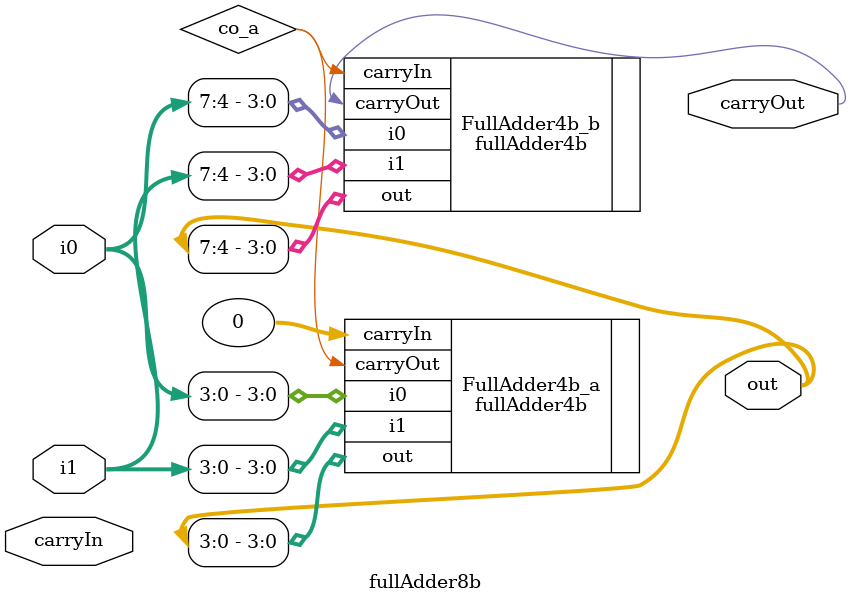
<source format=v>
`timescale 1ns / 1ps


module fullAdder8b(
    input [7:0] i0,
    input [7:0] i1,
    input carryIn,
    output carryOut,
    output [7:0] out
    );

wire co_a;    
    
fullAdder4b FullAdder4b_a(
    .i0(i0[3:0]),
    .i1(i1[3:0]),
    .carryIn(0),
    .carryOut(co_a),
    .out(out[3:0])
    ); 
 
fullAdder4b FullAdder4b_b(
    .i0(i0[7:4]),
    .i1(i1[7:4]),
    .carryIn(co_a),
    .carryOut(carryOut),
    .out(out[7:4])
    );
    
endmodule

</source>
